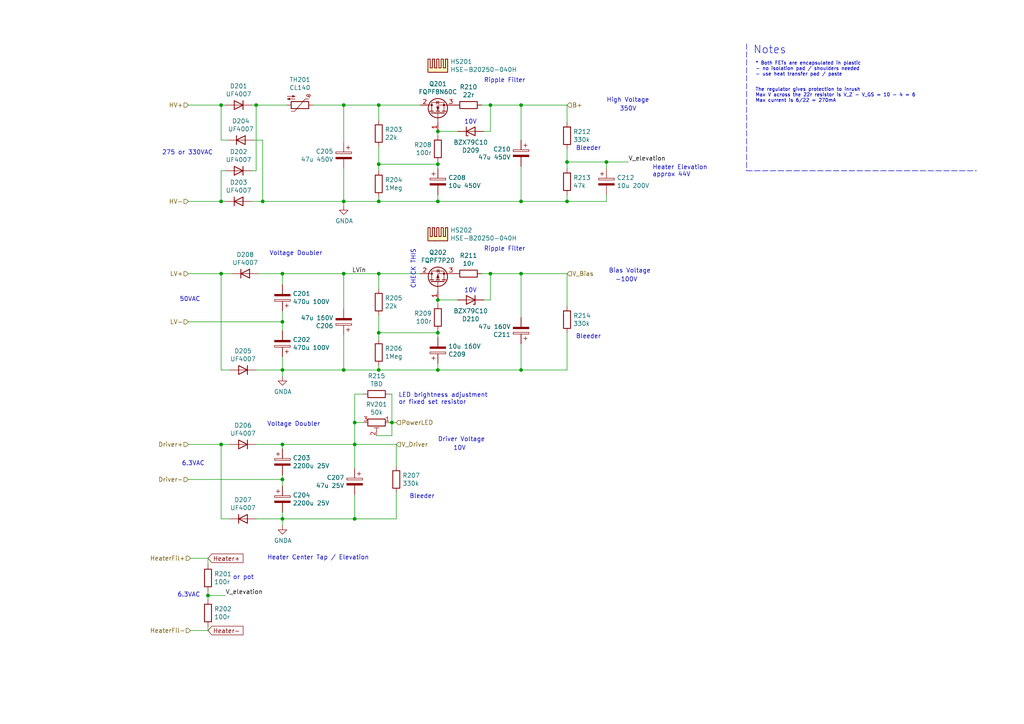
<source format=kicad_sch>
(kicad_sch (version 20211123) (generator eeschema)
  (paper "A4")
  (title_block (title "Baby Huey - \"Engineer's Version\" - Power Supply"))
  (lib_symbols
    (symbol "Device:C_Polarized" (pin_numbers hide) (pin_names (offset 0.254))
      (property "Reference" "C" (at 0.635 2.54 0))
      (property "Value" "C_Polarized" (at 0.635 -2.54 0))
      (symbol "C_Polarized_0_1"
        (rectangle (start -2.286 0.508) (end 2.286 1.016))
        (polyline (pts (xy -1.778 2.286) (xy -0.762 2.286)))
        (polyline (pts (xy -1.27 2.794) (xy -1.27 1.778)))
        (rectangle (start 2.286 -0.508) (end -2.286 -1.016) (fill (type outline)))
      )
      (symbol "C_Polarized_1_1"
        (pin passive line (at 0 3.81 270) (length 2.794) (name "~") (number "1"))
        (pin passive line (at 0 -3.81 90) (length 2.794) (name "~") (number "2"))
      )
    )
    (symbol "Device:D" (pin_numbers hide) (pin_names (offset 1.016) hide)
      (property "Reference" "D" (at 0 2.54 0))
      (property "Value" "D" (at 0 -2.54 0))
      (symbol "D_0_1"
        (polyline (pts (xy -1.27 1.27) (xy -1.27 -1.27)) (stroke (width 0.254)))
        (polyline (pts (xy 1.27 0) (xy -1.27 0)))
        (polyline (pts (xy 1.27 1.27) (xy 1.27 -1.27) (xy -1.27 0) (xy 1.27 1.27)) (stroke (width 0.254)))
      )
      (symbol "D_1_1"
        (pin passive line (at -3.81 0 0) (length 2.54) (name "K") (number "1"))
        (pin passive line (at 3.81 0 180) (length 2.54) (name "A") (number "2"))
      )
    )
    (symbol "Device:Q_NMOS_GDS" (pin_names (offset 0) hide)
      (property "Reference" "Q" (at 5.08 1.27 0))
      (property "Value" "Q_NMOS_GDS" (at 5.08 -1.27 0))
      (symbol "Q_NMOS_GDS_0_1"
        (polyline (pts (xy 0.254 0) (xy -2.54 0)))
        (polyline (pts (xy 0.254 1.905) (xy 0.254 -1.905)) (stroke (width 0.254)))
        (polyline (pts (xy 0.762 -1.27) (xy 0.762 -2.286)) (stroke (width 0.254)))
        (polyline (pts (xy 0.762 0.508) (xy 0.762 -0.508)) (stroke (width 0.254)))
        (polyline (pts (xy 0.762 2.286) (xy 0.762 1.27)) (stroke (width 0.254)))
        (polyline (pts (xy 2.54 2.54) (xy 2.54 1.778)))
        (polyline (pts (xy 2.54 -2.54) (xy 2.54 0) (xy 0.762 0)))
        (polyline (pts (xy 0.762 -1.778) (xy 3.302 -1.778) (xy 3.302 1.778) (xy 0.762 1.778)))
        (polyline (pts (xy 1.016 0) (xy 2.032 0.381) (xy 2.032 -0.381) (xy 1.016 0)) (fill (type outline)))
        (polyline (pts (xy 2.794 0.508) (xy 2.921 0.381) (xy 3.683 0.381) (xy 3.81 0.254)))
        (polyline (pts (xy 3.302 0.381) (xy 2.921 -0.254) (xy 3.683 -0.254) (xy 3.302 0.381)))
        (circle (center 1.651 0) (radius 2.794) (stroke (width 0.254)))
        (circle (center 2.54 -1.778) (radius 0.254) (fill (type outline)))
        (circle (center 2.54 1.778) (radius 0.254) (fill (type outline)))
      )
      (symbol "Q_NMOS_GDS_1_1"
        (pin input line (at -5.08 0 0) (length 2.54) (name "G") (number "1"))
        (pin passive line (at 2.54 5.08 270) (length 2.54) (name "D") (number "2"))
        (pin passive line (at 2.54 -5.08 90) (length 2.54) (name "S") (number "3"))
      )
    )
    (symbol "Device:Q_PMOS_GDS" (pin_names (offset 0) hide)
      (property "Reference" "Q" (at 5.08 1.27 0))
      (property "Value" "Q_PMOS_GDS" (at 5.08 -1.27 0))
      (symbol "Q_PMOS_GDS_0_1"
        (polyline (pts (xy 0.254 0) (xy -2.54 0)))
        (polyline (pts (xy 0.254 1.905) (xy 0.254 -1.905)) (stroke (width 0.254)))
        (polyline (pts (xy 0.762 -1.27) (xy 0.762 -2.286)) (stroke (width 0.254)))
        (polyline (pts (xy 0.762 0.508) (xy 0.762 -0.508)) (stroke (width 0.254)))
        (polyline (pts (xy 0.762 2.286) (xy 0.762 1.27)) (stroke (width 0.254)))
        (polyline (pts (xy 2.54 2.54) (xy 2.54 1.778)))
        (polyline (pts (xy 2.54 -2.54) (xy 2.54 0) (xy 0.762 0)))
        (polyline (pts (xy 0.762 1.778) (xy 3.302 1.778) (xy 3.302 -1.778) (xy 0.762 -1.778)))
        (polyline (pts (xy 2.286 0) (xy 1.27 0.381) (xy 1.27 -0.381) (xy 2.286 0)) (fill (type outline)))
        (polyline (pts (xy 2.794 -0.508) (xy 2.921 -0.381) (xy 3.683 -0.381) (xy 3.81 -0.254)))
        (polyline (pts (xy 3.302 -0.381) (xy 2.921 0.254) (xy 3.683 0.254) (xy 3.302 -0.381)))
        (circle (center 1.651 0) (radius 2.794) (stroke (width 0.254)))
        (circle (center 2.54 -1.778) (radius 0.254) (fill (type outline)))
        (circle (center 2.54 1.778) (radius 0.254) (fill (type outline)))
      )
      (symbol "Q_PMOS_GDS_1_1"
        (pin input line (at -5.08 0 0) (length 2.54) (name "G") (number "1"))
        (pin passive line (at 2.54 5.08 270) (length 2.54) (name "D") (number "2"))
        (pin passive line (at 2.54 -5.08 90) (length 2.54) (name "S") (number "3"))
      )
    )
    (symbol "Device:R" (pin_numbers hide) (pin_names (offset 0))
      (property "Reference" "R" (at 2.032 0 90))
      (property "Value" "R" (at 0 0 90))
      (symbol "R_0_1"
        (rectangle (start -1.016 -2.54) (end 1.016 2.54) (stroke (width 0.254)))
      )
      (symbol "R_1_1"
        (pin passive line (at 0 3.81 270) (length 1.27) (name "~") (number "1"))
        (pin passive line (at 0 -3.81 90) (length 1.27) (name "~") (number "2"))
      )
    )
    (symbol "Device:R_Potentiometer_Trim" (pin_names (offset 1.016) hide)
      (property "Reference" "RV" (at -4.445 0 90))
      (property "Value" "R_Potentiometer_Trim" (at -2.54 0 90))
      (symbol "R_Potentiometer_Trim_0_1"
        (polyline (pts (xy 1.524 0.762) (xy 1.524 -0.762)))
        (polyline (pts (xy 2.54 0) (xy 1.524 0)))
        (rectangle (start 1.016 2.54) (end -1.016 -2.54) (stroke (width 0.254)))
      )
      (symbol "R_Potentiometer_Trim_1_1"
        (pin passive line (at 0 3.81 270) (length 1.27) (name "1") (number "1"))
        (pin passive line (at 3.81 0 180) (length 1.27) (name "2") (number "2"))
        (pin passive line (at 0 -3.81 90) (length 1.27) (name "3") (number "3"))
      )
    )
    (symbol "Device:Thermistor_NTC" (pin_numbers hide) (pin_names (offset 0))
      (property "Reference" "TH" (at -4.445 0 90))
      (property "Value" "Thermistor_NTC" (at 3.175 0 90))
      (symbol "Thermistor_NTC_0_1"
        (arc (start -3.048 2.159) (mid -3.0505 2.3165) (end -3.175 2.413))
        (arc (start -3.048 2.159) (mid -2.9736 1.9794) (end -2.794 1.905))
        (arc (start -3.048 2.794) (mid -2.9736 2.6144) (end -2.794 2.54))
        (arc (start -2.794 1.905) (mid -2.6144 1.9794) (end -2.54 2.159))
        (arc (start -2.794 2.54) (mid -2.434 2.5608) (end -2.159 2.794))
        (arc (start -2.794 3.048) (mid -2.9736 2.9736) (end -3.048 2.794))
        (arc (start -2.54 2.794) (mid -2.6144 2.9736) (end -2.794 3.048))
        (rectangle (start -1.016 2.54) (end 1.016 -2.54) (stroke (width 0.254)))
        (polyline (pts (xy -2.54 2.159) (xy -2.54 2.794)))
        (polyline (pts (xy -1.778 2.54) (xy -1.778 1.524) (xy 1.778 -1.524) (xy 1.778 -2.54)))
        (polyline (pts (xy -2.54 -3.683) (xy -2.54 -1.397) (xy -2.794 -2.159) (xy -2.286 -2.159) (xy -2.54 -1.397) (xy -2.54 -1.651)) (fill (type outline)))
        (polyline (pts (xy -1.778 -1.397) (xy -1.778 -3.683) (xy -2.032 -2.921) (xy -1.524 -2.921) (xy -1.778 -3.683) (xy -1.778 -3.429)) (fill (type outline)))
      )
      (symbol "Thermistor_NTC_1_1"
        (pin passive line (at 0 3.81 270) (length 1.27) (name "~") (number "1"))
        (pin passive line (at 0 -3.81 90) (length 1.27) (name "~") (number "2"))
      )
    )
    (symbol "Diode:1N47xxA" (pin_numbers hide) (pin_names (offset 1.016) hide)
      (property "Reference" "D" (at 0 2.54 0))
      (property "Value" "1N47xxA" (at 0 -2.54 0))
      (symbol "1N47xxA_0_1"
        (polyline (pts (xy 1.27 0) (xy -1.27 0)))
        (polyline (pts (xy -1.27 -1.27) (xy -1.27 1.27) (xy -0.762 1.27)) (stroke (width 0.254)))
        (polyline (pts (xy 1.27 -1.27) (xy 1.27 1.27) (xy -1.27 0) (xy 1.27 -1.27)) (stroke (width 0.254)))
      )
      (symbol "1N47xxA_1_1"
        (pin passive line (at -3.81 0 0) (length 2.54) (name "K") (number "1"))
        (pin passive line (at 3.81 0 180) (length 2.54) (name "A") (number "2"))
      )
    )
    (symbol "Mechanical:Heatsink" (pin_names (offset 1.016))
      (property "Reference" "HS" (at 0 5.08 0))
      (property "Value" "Heatsink" (at 0 -1.27 0))
      (symbol "Heatsink_0_1"
        (polyline (pts (xy -0.3302 1.27) (xy -0.9652 1.27) (xy -0.9652 3.81) (xy -1.6002 3.81) (xy -1.6002 1.27) (xy -2.2352 1.27) (xy -2.2352 3.81) (xy -2.8702 3.81) (xy -2.8702 0) (xy -0.9652 0)) (stroke (width 0.254)) (fill (type background)))
        (polyline (pts (xy -0.3302 1.27) (xy -0.3302 3.81) (xy 0.3048 3.81) (xy 0.3048 1.27) (xy 0.9398 1.27) (xy 0.9398 3.81) (xy 1.5748 3.81) (xy 1.5748 1.27) (xy 2.2098 1.27) (xy 2.2098 3.81) (xy 2.8448 3.81) (xy 2.8448 0) (xy -0.9652 0)) (stroke (width 0.254)) (fill (type background)))
      )
    )
    (symbol "power:GNDA" (power) (pin_names (offset 0))
      (property "Value" "GNDA" (at 0 -3.81 0))
      (symbol "GNDA_0_1"
        (polyline (pts (xy 0 0) (xy 0 -1.27) (xy 1.27 -1.27) (xy 0 -2.54) (xy -1.27 -1.27) (xy 0 -1.27)))
      )
      (symbol "GNDA_1_1"
        (pin power_in line (at 0 0 270) (length 0) hide (name "GNDA") (number "1"))
      )
    )
  )
  (junction (at 81.915 150.495))
  (junction (at 64.135 128.905))
  (junction (at 102.87 128.905))
  (junction (at 64.135 79.375))
  (junction (at 109.855 58.42))
  (junction (at 151.13 58.42))
  (junction (at 102.87 122.555))
  (junction (at 81.915 79.375))
  (junction (at 127 58.42))
  (junction (at 109.855 79.375))
  (junction (at 109.855 30.48))
  (junction (at 109.855 47.625))
  (junction (at 74.295 30.48))
  (junction (at 64.135 58.42))
  (junction (at 76.2 58.42))
  (junction (at 109.855 96.52))
  (junction (at 127 86.995))
  (junction (at 142.24 30.48))
  (junction (at 127 38.1))
  (junction (at 81.915 139.065))
  (junction (at 127 96.52))
  (junction (at 64.135 30.48))
  (junction (at 109.855 107.315))
  (junction (at 151.13 79.375))
  (junction (at 151.13 30.48))
  (junction (at 127 47.625))
  (junction (at 81.915 107.315))
  (junction (at 99.695 30.48))
  (junction (at 81.915 93.345))
  (junction (at 102.87 150.495))
  (junction (at 60.325 172.72))
  (junction (at 175.895 46.99))
  (junction (at 99.695 79.375))
  (junction (at 142.24 79.375))
  (junction (at 151.13 107.315))
  (junction (at 113.665 122.555))
  (junction (at 127 107.315))
  (junction (at 81.915 128.905))
  (junction (at 99.695 58.42))
  (junction (at 164.465 46.99))
  (junction (at 99.695 107.315))
  (junction (at 164.465 58.42))
  (wire (pts (xy 81.915 150.495) (xy 102.87 150.495)))
  (polyline (pts (xy 216.535 12.7) (xy 216.535 49.53)))
  (wire (pts (xy 64.135 79.375) (xy 54.61 79.375)))
  (wire (pts (xy 99.695 79.375) (xy 99.695 89.535)))
  (wire (pts (xy 109.855 96.52) (xy 127 96.52)))
  (wire (pts (xy 99.695 59.69) (xy 99.695 58.42)))
  (wire (pts (xy 140.335 38.1) (xy 142.24 38.1)))
  (polyline (pts (xy 216.535 49.53) (xy 283.21 49.53)))
  (wire (pts (xy 113.665 114.3) (xy 113.665 122.555)))
  (wire (pts (xy 81.915 93.345) (xy 81.915 90.17)))
  (wire (pts (xy 81.915 95.885) (xy 81.915 93.345)))
  (wire (pts (xy 81.915 150.495) (xy 81.915 148.59)))
  (wire (pts (xy 127 48.895) (xy 127 47.625)))
  (wire (pts (xy 127 46.99) (xy 127 47.625)))
  (wire (pts (xy 182.245 46.99) (xy 175.895 46.99)))
  (wire (pts (xy 109.855 83.82) (xy 109.855 79.375)))
  (wire (pts (xy 60.325 163.83) (xy 60.325 161.925)))
  (wire (pts (xy 65.405 58.42) (xy 64.135 58.42)))
  (wire (pts (xy 127 95.885) (xy 127 96.52)))
  (wire (pts (xy 81.915 93.345) (xy 54.61 93.345)))
  (wire (pts (xy 66.04 40.64) (xy 64.135 40.64)))
  (wire (pts (xy 81.915 137.795) (xy 81.915 139.065)))
  (wire (pts (xy 102.87 150.495) (xy 114.935 150.495)))
  (wire (pts (xy 109.855 98.425) (xy 109.855 96.52)))
  (wire (pts (xy 151.13 30.48) (xy 164.465 30.48)))
  (wire (pts (xy 127 97.79) (xy 127 96.52)))
  (wire (pts (xy 142.24 30.48) (xy 151.13 30.48)))
  (wire (pts (xy 109.855 91.44) (xy 109.855 96.52)))
  (wire (pts (xy 109.855 30.48) (xy 121.92 30.48)))
  (wire (pts (xy 109.855 58.42) (xy 109.855 57.15)))
  (wire (pts (xy 142.24 38.1) (xy 142.24 30.48)))
  (wire (pts (xy 73.025 49.53) (xy 74.295 49.53)))
  (wire (pts (xy 109.855 107.315) (xy 109.855 106.045)))
  (wire (pts (xy 132.715 38.1) (xy 127 38.1)))
  (wire (pts (xy 113.665 122.555) (xy 113.665 126.365)))
  (wire (pts (xy 109.855 47.625) (xy 127 47.625)))
  (wire (pts (xy 54.61 58.42) (xy 64.135 58.42)))
  (wire (pts (xy 164.465 58.42) (xy 164.465 56.515)))
  (wire (pts (xy 113.03 114.3) (xy 113.665 114.3)))
  (wire (pts (xy 66.675 107.315) (xy 64.135 107.315)))
  (wire (pts (xy 64.135 30.48) (xy 64.135 40.64)))
  (wire (pts (xy 64.135 128.905) (xy 66.675 128.905)))
  (wire (pts (xy 109.855 79.375) (xy 121.92 79.375)))
  (wire (pts (xy 114.935 150.495) (xy 114.935 142.875)))
  (wire (pts (xy 73.66 40.64) (xy 76.2 40.64)))
  (wire (pts (xy 164.465 46.99) (xy 175.895 46.99)))
  (wire (pts (xy 99.695 79.375) (xy 109.855 79.375)))
  (wire (pts (xy 142.24 86.995) (xy 142.24 79.375)))
  (wire (pts (xy 127 39.37) (xy 127 38.1)))
  (wire (pts (xy 164.465 43.18) (xy 164.465 46.99)))
  (wire (pts (xy 139.7 79.375) (xy 142.24 79.375)))
  (wire (pts (xy 113.03 122.555) (xy 113.665 122.555)))
  (wire (pts (xy 102.87 122.555) (xy 102.87 114.3)))
  (wire (pts (xy 64.135 58.42) (xy 64.135 49.53)))
  (wire (pts (xy 73.025 58.42) (xy 76.2 58.42)))
  (wire (pts (xy 164.465 107.315) (xy 164.465 96.52)))
  (wire (pts (xy 109.855 58.42) (xy 127 58.42)))
  (wire (pts (xy 140.335 86.995) (xy 142.24 86.995)))
  (wire (pts (xy 109.855 42.545) (xy 109.855 47.625)))
  (wire (pts (xy 164.465 79.375) (xy 164.465 88.9)))
  (wire (pts (xy 175.895 48.895) (xy 175.895 46.99)))
  (wire (pts (xy 64.135 79.375) (xy 64.135 107.315)))
  (wire (pts (xy 66.675 150.495) (xy 64.135 150.495)))
  (wire (pts (xy 109.855 49.53) (xy 109.855 47.625)))
  (wire (pts (xy 151.13 48.26) (xy 151.13 58.42)))
  (wire (pts (xy 102.87 128.905) (xy 114.935 128.905)))
  (wire (pts (xy 127 58.42) (xy 151.13 58.42)))
  (wire (pts (xy 102.87 122.555) (xy 105.41 122.555)))
  (wire (pts (xy 65.405 172.72) (xy 60.325 172.72)))
  (wire (pts (xy 164.465 46.99) (xy 164.465 48.895)))
  (wire (pts (xy 60.325 173.99) (xy 60.325 172.72)))
  (wire (pts (xy 74.295 30.48) (xy 74.295 49.53)))
  (wire (pts (xy 127 107.315) (xy 151.13 107.315)))
  (wire (pts (xy 151.13 40.64) (xy 151.13 30.48)))
  (wire (pts (xy 81.915 82.55) (xy 81.915 79.375)))
  (wire (pts (xy 81.915 107.315) (xy 81.915 103.505)))
  (wire (pts (xy 74.295 128.905) (xy 81.915 128.905)))
  (wire (pts (xy 151.13 99.695) (xy 151.13 107.315)))
  (wire (pts (xy 81.915 140.97) (xy 81.915 139.065)))
  (wire (pts (xy 60.325 172.72) (xy 60.325 171.45)))
  (wire (pts (xy 114.935 128.905) (xy 114.935 135.255)))
  (wire (pts (xy 151.13 107.315) (xy 164.465 107.315)))
  (wire (pts (xy 74.295 150.495) (xy 81.915 150.495)))
  (wire (pts (xy 109.855 107.315) (xy 127 107.315)))
  (wire (pts (xy 90.805 30.48) (xy 99.695 30.48)))
  (wire (pts (xy 99.695 30.48) (xy 109.855 30.48)))
  (wire (pts (xy 132.715 86.995) (xy 127 86.995)))
  (wire (pts (xy 113.665 126.365) (xy 109.22 126.365)))
  (wire (pts (xy 127 88.265) (xy 127 86.995)))
  (wire (pts (xy 81.915 79.375) (xy 99.695 79.375)))
  (wire (pts (xy 60.325 161.925) (xy 55.245 161.925)))
  (wire (pts (xy 81.915 109.22) (xy 81.915 107.315)))
  (wire (pts (xy 74.295 107.315) (xy 81.915 107.315)))
  (wire (pts (xy 76.2 58.42) (xy 99.695 58.42)))
  (wire (pts (xy 164.465 58.42) (xy 175.895 58.42)))
  (wire (pts (xy 81.915 107.315) (xy 99.695 107.315)))
  (wire (pts (xy 81.915 128.905) (xy 102.87 128.905)))
  (wire (pts (xy 102.87 143.51) (xy 102.87 150.495)))
  (wire (pts (xy 109.855 34.925) (xy 109.855 30.48)))
  (wire (pts (xy 113.665 122.555) (xy 114.935 122.555)))
  (wire (pts (xy 151.13 79.375) (xy 164.465 79.375)))
  (wire (pts (xy 81.915 152.4) (xy 81.915 150.495)))
  (wire (pts (xy 99.695 107.315) (xy 109.855 107.315)))
  (wire (pts (xy 151.13 92.075) (xy 151.13 79.375)))
  (wire (pts (xy 64.135 49.53) (xy 65.405 49.53)))
  (wire (pts (xy 74.295 30.48) (xy 73.025 30.48)))
  (wire (pts (xy 64.135 150.495) (xy 64.135 128.905)))
  (wire (pts (xy 76.2 40.64) (xy 76.2 58.42)))
  (wire (pts (xy 74.93 79.375) (xy 81.915 79.375)))
  (wire (pts (xy 67.31 79.375) (xy 64.135 79.375)))
  (wire (pts (xy 99.695 58.42) (xy 109.855 58.42)))
  (wire (pts (xy 102.87 128.905) (xy 102.87 122.555)))
  (wire (pts (xy 81.915 130.175) (xy 81.915 128.905)))
  (wire (pts (xy 99.695 30.48) (xy 99.695 41.275)))
  (wire (pts (xy 60.325 182.88) (xy 60.325 181.61)))
  (wire (pts (xy 99.695 97.155) (xy 99.695 107.315)))
  (wire (pts (xy 127 105.41) (xy 127 107.315)))
  (wire (pts (xy 102.87 128.905) (xy 102.87 135.89)))
  (wire (pts (xy 64.135 128.905) (xy 54.61 128.905)))
  (wire (pts (xy 74.295 30.48) (xy 83.185 30.48)))
  (wire (pts (xy 164.465 30.48) (xy 164.465 35.56)))
  (wire (pts (xy 102.87 114.3) (xy 105.41 114.3)))
  (wire (pts (xy 127 56.515) (xy 127 58.42)))
  (wire (pts (xy 99.695 48.895) (xy 99.695 58.42)))
  (wire (pts (xy 139.7 30.48) (xy 142.24 30.48)))
  (wire (pts (xy 81.915 139.065) (xy 54.61 139.065)))
  (wire (pts (xy 175.895 58.42) (xy 175.895 56.515)))
  (wire (pts (xy 142.24 79.375) (xy 151.13 79.375)))
  (wire (pts (xy 54.61 30.48) (xy 64.135 30.48)))
  (wire (pts (xy 55.245 182.88) (xy 60.325 182.88)))
  (wire (pts (xy 64.135 30.48) (xy 65.405 30.48)))
  (wire (pts (xy 151.13 58.42) (xy 164.465 58.42)))
  (text "The regulator gives protection to inrush\nMax V across the 22r resistor is V_Z - V_GS = 10 - 4 = 6\nMax current is 6/22 = 270mA" (at 219.075 29.845 0) (effects (font (size 0.9906 0.9906)) (justify left bottom)))
  (text "Bleeder" (at 118.745 144.78 0) (effects (font (size 1.27 1.27)) (justify left bottom)))
  (text "Ripple Filter" (at 140.335 73.025 0) (effects (font (size 1.27 1.27)) (justify left bottom)))
  (text "Bleeder" (at 167.005 98.425 0) (effects (font (size 1.27 1.27)) (justify left bottom)))
  (text "CHECK THIS" (at 120.65 83.82 90) (effects (font (size 1.27 1.27)) (justify left bottom)))
  (text "* Both FETs are encapsulated in plastic\n- no isolation pad / shoulders needed\n- use heat transfer pad / paste" (at 219.075 22.225 0) (effects (font (size 0.9906 0.9906)) (justify left bottom)))
  (text "350V" (at 179.705 32.385 0) (effects (font (size 1.27 1.27)) (justify left bottom)))
  (text "Bleeder" (at 167.005 43.815 0) (effects (font (size 1.27 1.27)) (justify left bottom)))
  (text "10V" (at 131.445 130.81 0) (effects (font (size 1.27 1.27)) (justify left bottom)))
  (text "10V" (at 134.62 85.09 0) (effects (font (size 1.27 1.27)) (justify left bottom)))
  (text "Ripple Filter" (at 140.335 24.13 0) (effects (font (size 1.27 1.27)) (justify left bottom)))
  (text "Heater Elevation\napprox 44V" (at 189.23 51.435 0) (effects (font (size 1.27 1.27)) (justify left bottom)))
  (text "Bias Voltage" (at 176.53 79.375 0) (effects (font (size 1.27 1.27)) (justify left bottom)))
  (text "-100V" (at 178.435 81.915 0) (effects (font (size 1.27 1.27)) (justify left bottom)))
  (text "Driver Voltage" (at 127 128.27 0) (effects (font (size 1.27 1.27)) (justify left bottom)))
  (text "6.3VAC" (at 52.705 135.255 0) (effects (font (size 1.27 1.27)) (justify left bottom)))
  (text "Voltage Doubler" (at 77.47 123.825 0) (effects (font (size 1.27 1.27)) (justify left bottom)))
  (text "Voltage Doubler" (at 78.105 74.295 0) (effects (font (size 1.27 1.27)) (justify left bottom)))
  (text "275 or 330VAC" (at 46.99 45.085 0) (effects (font (size 1.27 1.27)) (justify left bottom)))
  (text "Heater Center Tap / Elevation " (at 77.47 162.56 0) (effects (font (size 1.27 1.27)) (justify left bottom)))
  (text "Notes" (at 218.44 15.875 0) (effects (font (size 2.2606 2.2606)) (justify left bottom)))
  (text "LED brightness adjustment\nor fixed set resistor" (at 115.57 117.475 0) (effects (font (size 1.27 1.27)) (justify left bottom)))
  (text "or pot" (at 73.66 168.275 180) (effects (font (size 1.27 1.27)) (justify right bottom)))
  (text "10V" (at 134.62 36.195 0) (effects (font (size 1.27 1.27)) (justify left bottom)))
  (text "High Voltage" (at 175.895 29.845 0) (effects (font (size 1.27 1.27)) (justify left bottom)))
  (text "6.3VAC" (at 51.435 173.355 0) (effects (font (size 1.27 1.27)) (justify left bottom)))
  (text "50VAC" (at 52.07 87.63 0) (effects (font (size 1.27 1.27)) (justify left bottom)))
  (label "V_elevation" (at 182.245 46.99 0))
  (label "LVin" (at 102.108 79.375 0))
  (label "V_elevation" (at 65.405 172.72 0))
  (global_label "Heater-" (shape input) (at 60.325 182.88 0) (property "Intersheet References" "${INTERSHEET_REFS}" (effects hide)))
  (global_label "Heater+" (shape input) (at 60.325 161.925 0) (property "Intersheet References" "${INTERSHEET_REFS}" (effects hide)))
  (hierarchical_label "PowerLED" (shape input) (at 114.935 122.555 0))
  (hierarchical_label "Driver-" (shape input) (at 54.61 139.065 180))
  (hierarchical_label "Driver+" (shape input) (at 54.61 128.905 180))
  (hierarchical_label "V_Driver" (shape input) (at 114.935 128.905 0))
  (hierarchical_label "HeaterFil+" (shape input) (at 55.245 161.925 180))
  (hierarchical_label "HV-" (shape input) (at 54.61 58.42 180))
  (hierarchical_label "B+" (shape input) (at 164.465 30.48 0))
  (hierarchical_label "HV+" (shape input) (at 54.61 30.48 180))
  (hierarchical_label "HeaterFil-" (shape input) (at 55.245 182.88 180))
  (hierarchical_label "LV+" (shape input) (at 54.61 79.375 180))
  (hierarchical_label "LV-" (shape input) (at 54.61 93.345 180))
  (hierarchical_label "V_Bias" (shape input) (at 164.465 79.375 0))
  (symbol (lib_id "Device:Q_NMOS_GDS") (at 127 33.02 90) (unit 1)
    (property "Reference" "Q201" (at 127 24.3332 90))
    (property "Value" "FQPF8N60C" (at 127 26.6446 90))
    (property "Footprint" "Package_TO_SOT_THT:TO-220-3_Vertical" (effects hide))
  )
  (symbol (lib_id "Device:R") (at 127 43.18 0) (mirror y) (unit 1)
    (property "Reference" "R208" (at 125.222 42.0116 0) (effects (justify left)))
    (property "Value" "100r" (at 125.222 44.323 0) (effects (justify left)))
    (property "Footprint" "Resistor_THT:R_Axial_DIN0207_L6.3mm_D2.5mm_P10.16mm_Horizontal" (effects hide))
  )
  (symbol (lib_id "Device:R") (at 135.89 30.48 270) (unit 1)
    (property "Reference" "R210" (at 135.89 25.2222 90))
    (property "Value" "22r" (at 135.89 27.5336 90))
    (property "Footprint" "Resistor_THT:R_Axial_DIN0207_L6.3mm_D2.5mm_P10.16mm_Horizontal" (effects hide))
  )
  (symbol (lib_id "Device:C_Polarized") (at 151.13 44.45 0) (mirror y) (unit 1)
    (property "Reference" "C210" (at 148.1328 43.2816 0) (effects (justify left)))
    (property "Value" "47u 450V" (at 148.1328 45.593 0) (effects (justify left)))
    (property "Footprint" "Capacitor_THT:CP_Radial_D18.0mm_P7.50mm" (effects hide))
  )
  (symbol (lib_id "Device:R") (at 60.325 167.64 0) (unit 1)
    (property "Reference" "R201" (at 62.103 166.4716 0) (effects (justify left)))
    (property "Value" "100r" (at 62.103 168.783 0) (effects (justify left)))
    (property "Footprint" "Resistor_THT:R_Axial_DIN0207_L6.3mm_D2.5mm_P10.16mm_Horizontal" (effects hide))
  )
  (symbol (lib_id "Device:R") (at 60.325 177.8 0) (unit 1)
    (property "Reference" "R202" (at 62.103 176.6316 0) (effects (justify left)))
    (property "Value" "100r" (at 62.103 178.943 0) (effects (justify left)))
    (property "Footprint" "Resistor_THT:R_Axial_DIN0207_L6.3mm_D2.5mm_P10.16mm_Horizontal" (effects hide))
  )
  (symbol (lib_id "Device:R") (at 109.855 87.63 0) (unit 1)
    (property "Reference" "R205" (at 111.633 86.4616 0) (effects (justify left)))
    (property "Value" "22k" (at 111.633 88.773 0) (effects (justify left)))
    (property "Footprint" "Resistor_THT:R_Axial_DIN0207_L6.3mm_D2.5mm_P10.16mm_Horizontal" (effects hide))
  )
  (symbol (lib_id "Device:R") (at 109.855 102.235 0) (unit 1)
    (property "Reference" "R206" (at 111.633 101.0666 0) (effects (justify left)))
    (property "Value" "1Meg" (at 111.633 103.378 0) (effects (justify left)))
    (property "Footprint" "Resistor_THT:R_Axial_DIN0207_L6.3mm_D2.5mm_P10.16mm_Horizontal" (effects hide))
  )
  (symbol (lib_id "Diode:1N47xxA") (at 136.525 86.995 180) (unit 1)
    (property "Reference" "D210" (at 136.525 92.5068 0))
    (property "Value" "BZX79C10" (at 136.525 90.1954 0))
    (property "Footprint" "Diode_THT:D_DO-35_SOD27_P7.62mm_Horizontal" (effects hide))
    (property "Datasheet" "https://www.vishay.com/docs/85816/1n4728a.pdf" (effects hide))
  )
  (symbol (lib_id "Device:C_Polarized") (at 127 101.6 0) (mirror x) (unit 1)
    (property "Reference" "C209" (at 129.9972 102.7684 0) (effects (justify left)))
    (property "Value" "10u 160V" (at 129.9972 100.457 0) (effects (justify left)))
    (property "Footprint" "Capacitor_THT:CP_Radial_D10.0mm_P5.00mm" (effects hide))
  )
  (symbol (lib_id "Mechanical:Heatsink") (at 127 69.85 0) (unit 1)
    (property "Reference" "HS202" (at 130.6068 66.7766 0) (effects (justify left)))
    (property "Value" "HSE-B20250-040H" (at 130.6068 69.088 0) (effects (justify left)))
    (property "Footprint" "TristanValves:HSE-B20250-040H" (effects hide))
  )
  (symbol (lib_id "Device:C_Polarized") (at 99.695 93.345 180) (unit 1)
    (property "Reference" "C206" (at 96.6978 94.5134 0) (effects (justify left)))
    (property "Value" "47u 160V" (at 96.6978 92.202 0) (effects (justify left)))
    (property "Footprint" "Capacitor_THT:CP_Radial_D12.5mm_P5.00mm" (effects hide))
  )
  (symbol (lib_id "Device:R") (at 164.465 92.71 0) (unit 1)
    (property "Reference" "R214" (at 166.243 91.5416 0) (effects (justify left)))
    (property "Value" "330k" (at 166.243 93.853 0) (effects (justify left)))
    (property "Footprint" "Resistor_THT:R_Axial_DIN0207_L6.3mm_D2.5mm_P10.16mm_Horizontal" (effects hide))
  )
  (symbol (lib_id "Device:R") (at 127 92.075 0) (mirror y) (unit 1)
    (property "Reference" "R209" (at 125.222 90.9066 0) (effects (justify left)))
    (property "Value" "100r" (at 125.222 93.218 0) (effects (justify left)))
    (property "Footprint" "Resistor_THT:R_Axial_DIN0207_L6.3mm_D2.5mm_P10.16mm_Horizontal" (effects hide))
  )
  (symbol (lib_id "Device:R") (at 135.89 79.375 270) (unit 1)
    (property "Reference" "R211" (at 135.89 74.1172 90))
    (property "Value" "10r" (at 135.89 76.4286 90))
    (property "Footprint" "Resistor_THT:R_Axial_DIN0207_L6.3mm_D2.5mm_P10.16mm_Horizontal" (effects hide))
  )
  (symbol (lib_id "Device:C_Polarized") (at 151.13 95.885 180) (unit 1)
    (property "Reference" "C211" (at 148.1328 97.0534 0) (effects (justify left)))
    (property "Value" "47u 160V" (at 148.1328 94.742 0) (effects (justify left)))
    (property "Footprint" "Capacitor_THT:CP_Radial_D12.5mm_P5.00mm" (effects hide))
  )
  (symbol (lib_id "Device:Q_PMOS_GDS") (at 127 81.915 90) (unit 1)
    (property "Reference" "Q202" (at 127 73.2282 90))
    (property "Value" "FQPF7P20" (at 127 75.5396 90))
    (property "Footprint" "Package_TO_SOT_THT:TO-220-3_Vertical" (effects hide))
  )
  (symbol (lib_id "Device:C_Polarized") (at 102.87 139.7 0) (mirror y) (unit 1)
    (property "Reference" "C207" (at 99.8728 138.5316 0) (effects (justify left)))
    (property "Value" "47u 25V" (at 99.8728 140.843 0) (effects (justify left)))
    (property "Footprint" "Capacitor_THT:CP_Radial_D5.0mm_P2.50mm" (effects hide))
  )
  (symbol (lib_id "Device:C_Polarized") (at 175.895 52.705 0) (unit 1)
    (property "Reference" "C212" (at 178.8922 51.5366 0) (effects (justify left)))
    (property "Value" "10u 200V" (at 178.8922 53.848 0) (effects (justify left)))
    (property "Footprint" "Capacitor_THT:CP_Radial_D10.0mm_P5.00mm" (effects hide))
  )
  (symbol (lib_id "Device:D") (at 71.12 79.375 0) (unit 1)
    (property "Reference" "D208" (at 71.12 73.8632 0))
    (property "Value" "UF4007" (at 71.12 76.1746 0))
    (property "Footprint" "Diode_THT:D_DO-41_SOD81_P7.62mm_Horizontal" (effects hide))
  )
  (symbol (lib_id "Device:D") (at 70.485 107.315 180) (unit 1)
    (property "Reference" "D205" (at 70.485 101.8032 0))
    (property "Value" "UF4007" (at 70.485 104.1146 0))
    (property "Footprint" "Diode_THT:D_DO-41_SOD81_P7.62mm_Horizontal" (effects hide))
  )
  (symbol (lib_id "Device:C_Polarized") (at 81.915 86.36 180) (unit 1)
    (property "Reference" "C201" (at 84.9122 85.1916 0) (effects (justify right)))
    (property "Value" "470u 100V" (at 84.9122 87.503 0) (effects (justify right)))
    (property "Footprint" "Capacitor_THT:CP_Radial_D18.0mm_P7.50mm" (effects hide))
  )
  (symbol (lib_id "Device:C_Polarized") (at 81.915 99.695 180) (unit 1)
    (property "Reference" "C202" (at 84.9122 98.5266 0) (effects (justify right)))
    (property "Value" "470u 100V" (at 84.9122 100.838 0) (effects (justify right)))
    (property "Footprint" "Capacitor_THT:CP_Radial_D18.0mm_P7.50mm" (effects hide))
  )
  (symbol (lib_id "power:GNDA") (at 81.915 109.22 0) (unit 1)
    (property "Reference" "#PWR0201" (effects hide))
    (property "Value" "GNDA" (at 82.042 113.6142 0))
  )
  (symbol (lib_id "Device:D") (at 70.485 128.905 180) (unit 1)
    (property "Reference" "D206" (at 70.485 123.3932 0))
    (property "Value" "UF4007" (at 70.485 125.7046 0))
    (property "Footprint" "Diode_THT:D_DO-41_SOD81_P7.62mm_Horizontal" (effects hide))
  )
  (symbol (lib_id "Device:D") (at 70.485 150.495 0) (unit 1)
    (property "Reference" "D207" (at 70.485 144.9832 0))
    (property "Value" "UF4007" (at 70.485 147.2946 0))
    (property "Footprint" "Diode_THT:D_DO-41_SOD81_P7.62mm_Horizontal" (effects hide))
  )
  (symbol (lib_id "Device:C_Polarized") (at 81.915 133.985 0) (unit 1)
    (property "Reference" "C203" (at 84.9122 132.8166 0) (effects (justify left)))
    (property "Value" "2200u 25V" (at 84.9122 135.128 0) (effects (justify left)))
    (property "Footprint" "Capacitor_THT:CP_Radial_D12.5mm_P5.00mm" (effects hide))
  )
  (symbol (lib_id "Device:C_Polarized") (at 81.915 144.78 0) (unit 1)
    (property "Reference" "C204" (at 84.9122 143.6116 0) (effects (justify left)))
    (property "Value" "2200u 25V" (at 84.9122 145.923 0) (effects (justify left)))
    (property "Footprint" "Capacitor_THT:CP_Radial_D12.5mm_P5.00mm" (effects hide))
  )
  (symbol (lib_id "power:GNDA") (at 81.915 152.4 0) (unit 1)
    (property "Reference" "#PWR0202" (effects hide))
    (property "Value" "GNDA" (at 82.042 156.7942 0))
  )
  (symbol (lib_id "Device:R") (at 109.855 38.735 0) (unit 1)
    (property "Reference" "R203" (at 111.633 37.5666 0) (effects (justify left)))
    (property "Value" "22k" (at 111.633 39.878 0) (effects (justify left)))
    (property "Footprint" "Resistor_THT:R_Axial_DIN0207_L6.3mm_D2.5mm_P10.16mm_Horizontal" (effects hide))
  )
  (symbol (lib_id "Device:R") (at 109.855 53.34 0) (unit 1)
    (property "Reference" "R204" (at 111.633 52.1716 0) (effects (justify left)))
    (property "Value" "1Meg" (at 111.633 54.483 0) (effects (justify left)))
    (property "Footprint" "Resistor_THT:R_Axial_DIN0207_L6.3mm_D2.5mm_P10.16mm_Horizontal" (effects hide))
  )
  (symbol (lib_id "Diode:1N47xxA") (at 136.525 38.1 0) (mirror x) (unit 1)
    (property "Reference" "D209" (at 136.525 43.6118 0))
    (property "Value" "BZX79C10" (at 136.525 41.3004 0))
    (property "Footprint" "Diode_THT:D_DO-35_SOD27_P7.62mm_Horizontal" (effects hide))
    (property "Datasheet" "https://www.vishay.com/docs/85816/1n4728a.pdf" (effects hide))
  )
  (symbol (lib_id "Device:C_Polarized") (at 127 52.705 0) (unit 1)
    (property "Reference" "C208" (at 129.9972 51.5366 0) (effects (justify left)))
    (property "Value" "10u 450V" (at 129.9972 53.848 0) (effects (justify left)))
    (property "Footprint" "Capacitor_THT:CP_Radial_D16.0mm_P7.50mm" (effects hide))
  )
  (symbol (lib_id "Mechanical:Heatsink") (at 127 20.955 0) (unit 1)
    (property "Reference" "HS201" (at 130.6068 17.8816 0) (effects (justify left)))
    (property "Value" "HSE-B20250-040H" (at 130.6068 20.193 0) (effects (justify left)))
    (property "Footprint" "TristanValves:HSE-B20250-040H" (effects hide))
  )
  (symbol (lib_id "Device:Thermistor_NTC") (at 86.995 30.48 270) (unit 1)
    (property "Reference" "TH201" (at 86.995 23.114 90))
    (property "Value" "CL140" (at 86.995 25.4254 90))
    (property "Footprint" "Varistor:RV_Disc_D12mm_W4.8mm_P7.5mm" (effects hide))
  )
  (symbol (lib_id "Device:C_Polarized") (at 99.695 45.085 0) (mirror y) (unit 1)
    (property "Reference" "C205" (at 96.6978 43.9166 0) (effects (justify left)))
    (property "Value" "47u 450V" (at 96.6978 46.228 0) (effects (justify left)))
    (property "Footprint" "Capacitor_THT:CP_Radial_D18.0mm_P7.50mm" (effects hide))
  )
  (symbol (lib_id "Device:R") (at 164.465 39.37 0) (unit 1)
    (property "Reference" "R212" (at 166.243 38.2016 0) (effects (justify left)))
    (property "Value" "330k" (at 166.243 40.513 0) (effects (justify left)))
    (property "Footprint" "Resistor_THT:R_Axial_DIN0207_L6.3mm_D2.5mm_P10.16mm_Horizontal" (effects hide))
  )
  (symbol (lib_id "Device:R") (at 164.465 52.705 0) (unit 1)
    (property "Reference" "R213" (at 166.243 51.5366 0) (effects (justify left)))
    (property "Value" "47k" (at 166.243 53.848 0) (effects (justify left)))
    (property "Footprint" "Resistor_THT:R_Axial_DIN0207_L6.3mm_D2.5mm_P10.16mm_Horizontal" (effects hide))
  )
  (symbol (lib_id "Device:R") (at 114.935 139.065 0) (unit 1)
    (property "Reference" "R207" (at 116.713 137.8966 0) (effects (justify left)))
    (property "Value" "330k" (at 116.713 140.208 0) (effects (justify left)))
    (property "Footprint" "Resistor_THT:R_Axial_DIN0207_L6.3mm_D2.5mm_P10.16mm_Horizontal" (effects hide))
  )
  (symbol (lib_id "power:GNDA") (at 99.695 59.69 0) (unit 1)
    (property "Reference" "#PWR0203" (effects hide))
    (property "Value" "GNDA" (at 99.822 64.0842 0))
  )
  (symbol (lib_id "Device:D") (at 69.215 30.48 180) (unit 1)
    (property "Reference" "D201" (at 69.215 24.9682 0))
    (property "Value" "UF4007" (at 69.215 27.2796 0))
    (property "Footprint" "Diode_THT:D_DO-41_SOD81_P7.62mm_Horizontal" (effects hide))
  )
  (symbol (lib_id "Device:D") (at 69.215 58.42 0) (unit 1)
    (property "Reference" "D203" (at 69.215 52.9082 0))
    (property "Value" "UF4007" (at 69.215 55.2196 0))
    (property "Footprint" "Diode_THT:D_DO-41_SOD81_P7.62mm_Horizontal" (effects hide))
  )
  (symbol (lib_id "Device:D") (at 69.85 40.64 0) (unit 1)
    (property "Reference" "D204" (at 69.85 35.1282 0))
    (property "Value" "UF4007" (at 69.85 37.4396 0))
    (property "Footprint" "Diode_THT:D_DO-41_SOD81_P7.62mm_Horizontal" (effects hide))
  )
  (symbol (lib_id "Device:D") (at 69.215 49.53 180) (unit 1)
    (property "Reference" "D202" (at 69.215 44.0182 0))
    (property "Value" "UF4007" (at 69.215 46.3296 0))
    (property "Footprint" "Diode_THT:D_DO-41_SOD81_P7.62mm_Horizontal" (effects hide))
  )
  (symbol (lib_id "Device:R_Potentiometer_Trim") (at 109.22 122.555 270) (unit 1)
    (property "Reference" "RV201" (at 109.22 117.2972 90))
    (property "Value" "50k" (at 109.22 119.6086 90))
    (property "Footprint" "Potentiometer_THT:Potentiometer_Bourns_3339P_Vertical" (effects hide))
  )
  (symbol (lib_id "Device:R") (at 109.22 114.3 270) (unit 1)
    (property "Reference" "R215" (at 109.22 109.0422 90))
    (property "Value" "TBD" (at 109.22 111.3536 90))
    (property "Footprint" "Resistor_THT:R_Axial_DIN0207_L6.3mm_D2.5mm_P10.16mm_Horizontal" (effects hide))
  )
)
</source>
